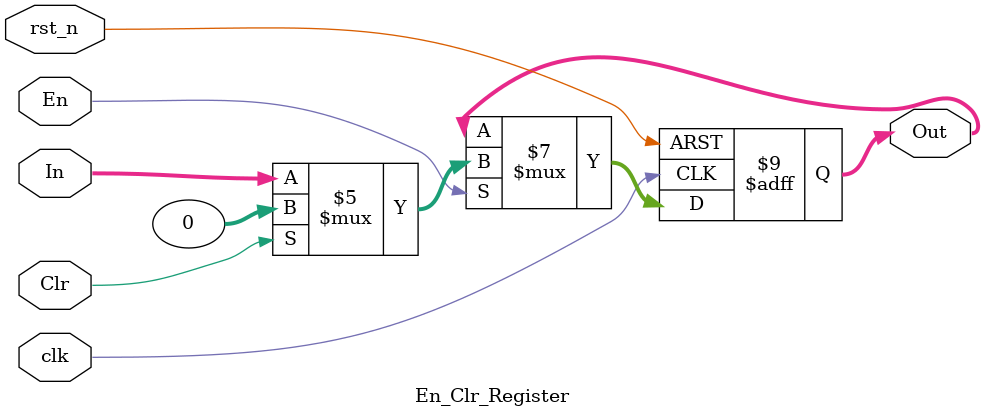
<source format=v>
module En_Clr_Register #(parameter DATA_WIDTH = 32) (
	input	wire						clk,
	input	wire						rst_n,
	input   wire                        En,
	input   wire                        Clr,
	input 	wire	[DATA_WIDTH-1:0]	In,
	output 	reg 	[DATA_WIDTH-1:0]	Out
	);

always@(posedge clk or negedge rst_n)
 begin
  if (!rst_n)
  	Out <= 32'b0;
  else if (En)
   	if (!Clr)
   	 Out <= In;
   	else
     Out <= 32'b0;
 end

endmodule
</source>
